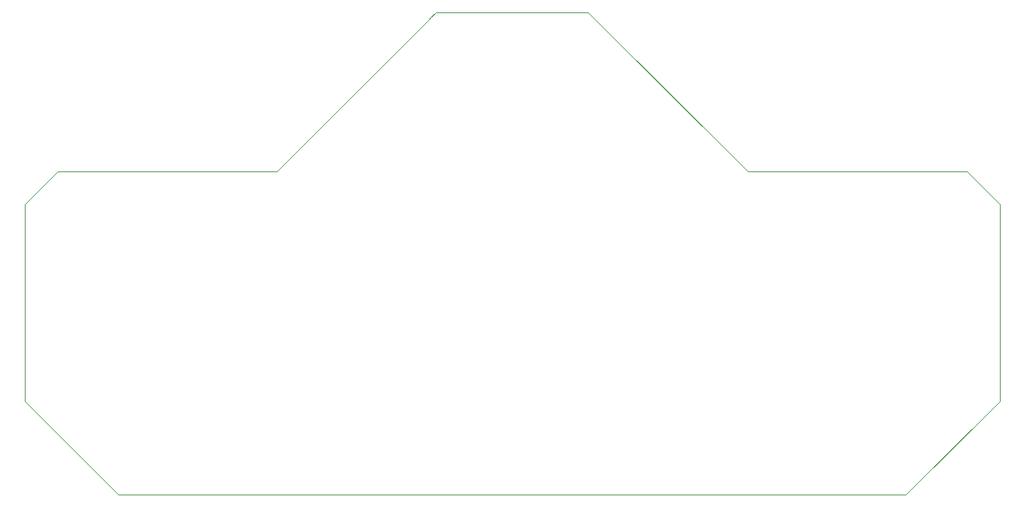
<source format=gbr>
%TF.GenerationSoftware,Altium Limited,Altium Designer,23.6.0 (18)*%
G04 Layer_Color=0*
%FSLAX25Y25*%
%MOIN*%
%TF.SameCoordinates,9FC677E3-0757-43A4-AD8A-435CCD31EDD7*%
%TF.FilePolarity,Positive*%
%TF.FileFunction,Profile,NP*%
%TF.Part,Single*%
G01*
G75*
%TA.AperFunction,Profile*%
%ADD92C,0.00100*%
D92*
X0Y42759D02*
Y132759D01*
X15000Y147759D01*
X115000D01*
X185000Y217759D01*
X184950Y217705D01*
X187700Y220455D01*
X257300Y220455D01*
X330000Y147755D01*
X430000D01*
X445000Y132755D01*
Y42755D01*
X402245Y0D01*
X222500D01*
Y5D01*
X42755D01*
X0Y42759D01*
%TF.MD5,cd0c47ab96bd5b4ed2ec5bd846c05d7c*%
M02*

</source>
